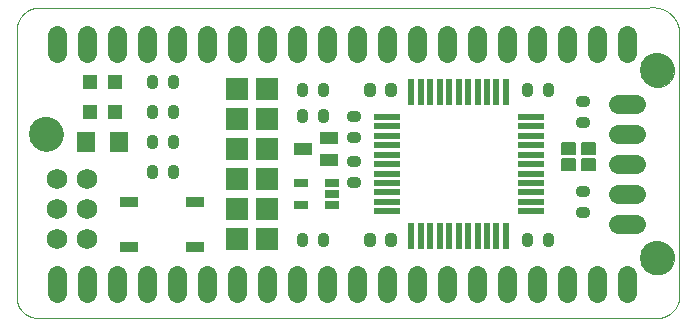
<source format=gts>
G75*
%MOIN*%
%OFA0B0*%
%FSLAX25Y25*%
%IPPOS*%
%LPD*%
%AMOC8*
5,1,8,0,0,1.08239X$1,22.5*
%
%ADD10C,0.00039*%
%ADD11C,0.00000*%
%ADD12C,0.11424*%
%ADD13R,0.08668X0.02369*%
%ADD14R,0.02369X0.08668*%
%ADD15C,0.03150*%
%ADD16C,0.06400*%
%ADD17C,0.06800*%
%ADD18R,0.07400X0.07400*%
%ADD19R,0.05124X0.05124*%
%ADD20R,0.06400X0.03400*%
%ADD21R,0.05124X0.02565*%
%ADD22R,0.05912X0.06699*%
%ADD23C,0.00651*%
%ADD24R,0.05912X0.04337*%
D10*
X0008864Y0047693D02*
X0213274Y0047693D01*
X0213458Y0047665D01*
X0213643Y0047641D01*
X0213828Y0047622D01*
X0214014Y0047608D01*
X0214200Y0047598D01*
X0214386Y0047592D01*
X0214573Y0047591D01*
X0214759Y0047595D01*
X0214945Y0047603D01*
X0215131Y0047615D01*
X0215317Y0047632D01*
X0215502Y0047653D01*
X0215686Y0047679D01*
X0215870Y0047709D01*
X0216053Y0047744D01*
X0216235Y0047783D01*
X0216416Y0047827D01*
X0216596Y0047875D01*
X0216775Y0047927D01*
X0216953Y0047984D01*
X0217129Y0048044D01*
X0217304Y0048109D01*
X0217476Y0048179D01*
X0217648Y0048252D01*
X0217817Y0048330D01*
X0217985Y0048411D01*
X0218150Y0048497D01*
X0218313Y0048587D01*
X0218475Y0048680D01*
X0218633Y0048777D01*
X0218790Y0048879D01*
X0218944Y0048984D01*
X0219095Y0049092D01*
X0219244Y0049205D01*
X0219390Y0049320D01*
X0219533Y0049440D01*
X0219673Y0049562D01*
X0219810Y0049689D01*
X0219944Y0049818D01*
X0220075Y0049950D01*
X0220203Y0050086D01*
X0220327Y0050225D01*
X0220448Y0050367D01*
X0220566Y0050511D01*
X0220680Y0050659D01*
X0220790Y0050809D01*
X0220897Y0050961D01*
X0221000Y0051117D01*
X0221099Y0051274D01*
X0221194Y0051434D01*
X0221286Y0051597D01*
X0221373Y0051761D01*
X0221457Y0051928D01*
X0221536Y0052096D01*
X0221612Y0052267D01*
X0221683Y0052439D01*
X0221750Y0052613D01*
X0221813Y0052788D01*
X0221872Y0052965D01*
X0221926Y0053143D01*
X0221976Y0053323D01*
X0222021Y0053503D01*
X0222063Y0053685D01*
X0222100Y0053868D01*
X0222132Y0054051D01*
X0222132Y0143510D01*
X0222099Y0143724D01*
X0222062Y0143937D01*
X0222018Y0144148D01*
X0221970Y0144359D01*
X0221917Y0144569D01*
X0221859Y0144777D01*
X0221795Y0144984D01*
X0221727Y0145189D01*
X0221654Y0145392D01*
X0221576Y0145594D01*
X0221493Y0145793D01*
X0221405Y0145991D01*
X0221312Y0146186D01*
X0221215Y0146379D01*
X0221113Y0146570D01*
X0221007Y0146758D01*
X0220896Y0146944D01*
X0220781Y0147126D01*
X0220661Y0147306D01*
X0220537Y0147483D01*
X0220408Y0147657D01*
X0220276Y0147828D01*
X0220139Y0147996D01*
X0219999Y0148160D01*
X0219854Y0148321D01*
X0219706Y0148478D01*
X0219554Y0148632D01*
X0219398Y0148781D01*
X0219238Y0148928D01*
X0219076Y0149070D01*
X0218909Y0149208D01*
X0218740Y0149342D01*
X0218567Y0149472D01*
X0218391Y0149598D01*
X0218212Y0149719D01*
X0218031Y0149837D01*
X0217846Y0149949D01*
X0217659Y0150058D01*
X0217469Y0150161D01*
X0217277Y0150260D01*
X0217083Y0150355D01*
X0216886Y0150444D01*
X0216687Y0150529D01*
X0216487Y0150609D01*
X0216284Y0150684D01*
X0216079Y0150755D01*
X0215873Y0150820D01*
X0215666Y0150880D01*
X0215457Y0150936D01*
X0215246Y0150986D01*
X0215035Y0151031D01*
X0214823Y0151071D01*
X0214609Y0151106D01*
X0214395Y0151135D01*
X0214180Y0151160D01*
X0213965Y0151179D01*
X0213749Y0151193D01*
X0213533Y0151202D01*
X0213317Y0151206D01*
X0213101Y0151204D01*
X0212885Y0151198D01*
X0212669Y0151186D01*
X0212453Y0151168D01*
X0212238Y0151146D01*
X0212024Y0151118D01*
X0008864Y0151118D01*
X0008680Y0151116D01*
X0008496Y0151109D01*
X0008313Y0151098D01*
X0008130Y0151082D01*
X0007947Y0151063D01*
X0007765Y0151038D01*
X0007583Y0151009D01*
X0007402Y0150976D01*
X0007222Y0150939D01*
X0007043Y0150897D01*
X0006865Y0150851D01*
X0006689Y0150800D01*
X0006513Y0150746D01*
X0006339Y0150687D01*
X0006166Y0150624D01*
X0005995Y0150556D01*
X0005826Y0150485D01*
X0005658Y0150410D01*
X0005492Y0150330D01*
X0005328Y0150247D01*
X0005167Y0150159D01*
X0005007Y0150068D01*
X0004850Y0149973D01*
X0004695Y0149874D01*
X0004542Y0149771D01*
X0004392Y0149665D01*
X0004245Y0149555D01*
X0004100Y0149442D01*
X0003958Y0149325D01*
X0003819Y0149205D01*
X0003683Y0149081D01*
X0003550Y0148954D01*
X0003420Y0148824D01*
X0003293Y0148691D01*
X0003169Y0148555D01*
X0003049Y0148416D01*
X0002932Y0148274D01*
X0002819Y0148129D01*
X0002709Y0147982D01*
X0002603Y0147832D01*
X0002500Y0147679D01*
X0002401Y0147524D01*
X0002306Y0147367D01*
X0002215Y0147207D01*
X0002127Y0147046D01*
X0002044Y0146882D01*
X0001964Y0146716D01*
X0001889Y0146548D01*
X0001818Y0146379D01*
X0001750Y0146208D01*
X0001687Y0146035D01*
X0001628Y0145861D01*
X0001574Y0145685D01*
X0001523Y0145509D01*
X0001477Y0145331D01*
X0001435Y0145152D01*
X0001398Y0144972D01*
X0001365Y0144791D01*
X0001336Y0144609D01*
X0001311Y0144427D01*
X0001292Y0144244D01*
X0001276Y0144061D01*
X0001265Y0143878D01*
X0001258Y0143694D01*
X0001256Y0143510D01*
X0001256Y0054051D01*
X0001273Y0053880D01*
X0001295Y0053709D01*
X0001321Y0053539D01*
X0001351Y0053370D01*
X0001385Y0053201D01*
X0001423Y0053033D01*
X0001466Y0052866D01*
X0001512Y0052701D01*
X0001563Y0052536D01*
X0001617Y0052373D01*
X0001676Y0052211D01*
X0001738Y0052051D01*
X0001804Y0051892D01*
X0001875Y0051735D01*
X0001949Y0051580D01*
X0002027Y0051426D01*
X0002108Y0051275D01*
X0002194Y0051125D01*
X0002283Y0050978D01*
X0002375Y0050833D01*
X0002471Y0050690D01*
X0002571Y0050550D01*
X0002674Y0050412D01*
X0002780Y0050277D01*
X0002890Y0050144D01*
X0003002Y0050014D01*
X0003118Y0049887D01*
X0003237Y0049763D01*
X0003360Y0049642D01*
X0003485Y0049523D01*
X0003612Y0049408D01*
X0003743Y0049296D01*
X0003877Y0049188D01*
X0004013Y0049082D01*
X0004151Y0048980D01*
X0004292Y0048882D01*
X0004435Y0048786D01*
X0004581Y0048695D01*
X0004729Y0048607D01*
X0004879Y0048523D01*
X0005031Y0048442D01*
X0005185Y0048365D01*
X0005341Y0048292D01*
X0005498Y0048223D01*
X0005658Y0048158D01*
X0005818Y0048096D01*
X0005981Y0048039D01*
X0006144Y0047985D01*
X0006309Y0047936D01*
X0006475Y0047891D01*
X0006642Y0047849D01*
X0006810Y0047812D01*
X0006979Y0047779D01*
X0007149Y0047750D01*
X0007319Y0047726D01*
X0007490Y0047705D01*
X0007661Y0047689D01*
X0007833Y0047677D01*
X0008004Y0047669D01*
X0008177Y0047665D01*
X0008349Y0047666D01*
X0008521Y0047671D01*
X0008692Y0047680D01*
X0008864Y0047693D01*
D11*
X0005588Y0108933D02*
X0005590Y0109081D01*
X0005596Y0109229D01*
X0005606Y0109377D01*
X0005620Y0109524D01*
X0005638Y0109671D01*
X0005659Y0109817D01*
X0005685Y0109963D01*
X0005715Y0110108D01*
X0005748Y0110252D01*
X0005786Y0110395D01*
X0005827Y0110537D01*
X0005872Y0110678D01*
X0005920Y0110818D01*
X0005973Y0110957D01*
X0006029Y0111094D01*
X0006089Y0111229D01*
X0006152Y0111363D01*
X0006219Y0111495D01*
X0006290Y0111625D01*
X0006364Y0111753D01*
X0006441Y0111879D01*
X0006522Y0112003D01*
X0006606Y0112125D01*
X0006693Y0112244D01*
X0006784Y0112361D01*
X0006878Y0112476D01*
X0006974Y0112588D01*
X0007074Y0112698D01*
X0007176Y0112804D01*
X0007282Y0112908D01*
X0007390Y0113009D01*
X0007501Y0113107D01*
X0007614Y0113203D01*
X0007730Y0113295D01*
X0007848Y0113384D01*
X0007969Y0113469D01*
X0008092Y0113552D01*
X0008217Y0113631D01*
X0008344Y0113707D01*
X0008473Y0113779D01*
X0008604Y0113848D01*
X0008737Y0113913D01*
X0008872Y0113974D01*
X0009008Y0114032D01*
X0009145Y0114087D01*
X0009284Y0114137D01*
X0009425Y0114184D01*
X0009566Y0114227D01*
X0009709Y0114267D01*
X0009853Y0114302D01*
X0009997Y0114334D01*
X0010143Y0114361D01*
X0010289Y0114385D01*
X0010436Y0114405D01*
X0010583Y0114421D01*
X0010730Y0114433D01*
X0010878Y0114441D01*
X0011026Y0114445D01*
X0011174Y0114445D01*
X0011322Y0114441D01*
X0011470Y0114433D01*
X0011617Y0114421D01*
X0011764Y0114405D01*
X0011911Y0114385D01*
X0012057Y0114361D01*
X0012203Y0114334D01*
X0012347Y0114302D01*
X0012491Y0114267D01*
X0012634Y0114227D01*
X0012775Y0114184D01*
X0012916Y0114137D01*
X0013055Y0114087D01*
X0013192Y0114032D01*
X0013328Y0113974D01*
X0013463Y0113913D01*
X0013596Y0113848D01*
X0013727Y0113779D01*
X0013856Y0113707D01*
X0013983Y0113631D01*
X0014108Y0113552D01*
X0014231Y0113469D01*
X0014352Y0113384D01*
X0014470Y0113295D01*
X0014586Y0113203D01*
X0014699Y0113107D01*
X0014810Y0113009D01*
X0014918Y0112908D01*
X0015024Y0112804D01*
X0015126Y0112698D01*
X0015226Y0112588D01*
X0015322Y0112476D01*
X0015416Y0112361D01*
X0015507Y0112244D01*
X0015594Y0112125D01*
X0015678Y0112003D01*
X0015759Y0111879D01*
X0015836Y0111753D01*
X0015910Y0111625D01*
X0015981Y0111495D01*
X0016048Y0111363D01*
X0016111Y0111229D01*
X0016171Y0111094D01*
X0016227Y0110957D01*
X0016280Y0110818D01*
X0016328Y0110678D01*
X0016373Y0110537D01*
X0016414Y0110395D01*
X0016452Y0110252D01*
X0016485Y0110108D01*
X0016515Y0109963D01*
X0016541Y0109817D01*
X0016562Y0109671D01*
X0016580Y0109524D01*
X0016594Y0109377D01*
X0016604Y0109229D01*
X0016610Y0109081D01*
X0016612Y0108933D01*
X0016610Y0108785D01*
X0016604Y0108637D01*
X0016594Y0108489D01*
X0016580Y0108342D01*
X0016562Y0108195D01*
X0016541Y0108049D01*
X0016515Y0107903D01*
X0016485Y0107758D01*
X0016452Y0107614D01*
X0016414Y0107471D01*
X0016373Y0107329D01*
X0016328Y0107188D01*
X0016280Y0107048D01*
X0016227Y0106909D01*
X0016171Y0106772D01*
X0016111Y0106637D01*
X0016048Y0106503D01*
X0015981Y0106371D01*
X0015910Y0106241D01*
X0015836Y0106113D01*
X0015759Y0105987D01*
X0015678Y0105863D01*
X0015594Y0105741D01*
X0015507Y0105622D01*
X0015416Y0105505D01*
X0015322Y0105390D01*
X0015226Y0105278D01*
X0015126Y0105168D01*
X0015024Y0105062D01*
X0014918Y0104958D01*
X0014810Y0104857D01*
X0014699Y0104759D01*
X0014586Y0104663D01*
X0014470Y0104571D01*
X0014352Y0104482D01*
X0014231Y0104397D01*
X0014108Y0104314D01*
X0013983Y0104235D01*
X0013856Y0104159D01*
X0013727Y0104087D01*
X0013596Y0104018D01*
X0013463Y0103953D01*
X0013328Y0103892D01*
X0013192Y0103834D01*
X0013055Y0103779D01*
X0012916Y0103729D01*
X0012775Y0103682D01*
X0012634Y0103639D01*
X0012491Y0103599D01*
X0012347Y0103564D01*
X0012203Y0103532D01*
X0012057Y0103505D01*
X0011911Y0103481D01*
X0011764Y0103461D01*
X0011617Y0103445D01*
X0011470Y0103433D01*
X0011322Y0103425D01*
X0011174Y0103421D01*
X0011026Y0103421D01*
X0010878Y0103425D01*
X0010730Y0103433D01*
X0010583Y0103445D01*
X0010436Y0103461D01*
X0010289Y0103481D01*
X0010143Y0103505D01*
X0009997Y0103532D01*
X0009853Y0103564D01*
X0009709Y0103599D01*
X0009566Y0103639D01*
X0009425Y0103682D01*
X0009284Y0103729D01*
X0009145Y0103779D01*
X0009008Y0103834D01*
X0008872Y0103892D01*
X0008737Y0103953D01*
X0008604Y0104018D01*
X0008473Y0104087D01*
X0008344Y0104159D01*
X0008217Y0104235D01*
X0008092Y0104314D01*
X0007969Y0104397D01*
X0007848Y0104482D01*
X0007730Y0104571D01*
X0007614Y0104663D01*
X0007501Y0104759D01*
X0007390Y0104857D01*
X0007282Y0104958D01*
X0007176Y0105062D01*
X0007074Y0105168D01*
X0006974Y0105278D01*
X0006878Y0105390D01*
X0006784Y0105505D01*
X0006693Y0105622D01*
X0006606Y0105741D01*
X0006522Y0105863D01*
X0006441Y0105987D01*
X0006364Y0106113D01*
X0006290Y0106241D01*
X0006219Y0106371D01*
X0006152Y0106503D01*
X0006089Y0106637D01*
X0006029Y0106772D01*
X0005973Y0106909D01*
X0005920Y0107048D01*
X0005872Y0107188D01*
X0005827Y0107329D01*
X0005786Y0107471D01*
X0005748Y0107614D01*
X0005715Y0107758D01*
X0005685Y0107903D01*
X0005659Y0108049D01*
X0005638Y0108195D01*
X0005620Y0108342D01*
X0005606Y0108489D01*
X0005596Y0108637D01*
X0005590Y0108785D01*
X0005588Y0108933D01*
X0209338Y0130183D02*
X0209340Y0130331D01*
X0209346Y0130479D01*
X0209356Y0130627D01*
X0209370Y0130774D01*
X0209388Y0130921D01*
X0209409Y0131067D01*
X0209435Y0131213D01*
X0209465Y0131358D01*
X0209498Y0131502D01*
X0209536Y0131645D01*
X0209577Y0131787D01*
X0209622Y0131928D01*
X0209670Y0132068D01*
X0209723Y0132207D01*
X0209779Y0132344D01*
X0209839Y0132479D01*
X0209902Y0132613D01*
X0209969Y0132745D01*
X0210040Y0132875D01*
X0210114Y0133003D01*
X0210191Y0133129D01*
X0210272Y0133253D01*
X0210356Y0133375D01*
X0210443Y0133494D01*
X0210534Y0133611D01*
X0210628Y0133726D01*
X0210724Y0133838D01*
X0210824Y0133948D01*
X0210926Y0134054D01*
X0211032Y0134158D01*
X0211140Y0134259D01*
X0211251Y0134357D01*
X0211364Y0134453D01*
X0211480Y0134545D01*
X0211598Y0134634D01*
X0211719Y0134719D01*
X0211842Y0134802D01*
X0211967Y0134881D01*
X0212094Y0134957D01*
X0212223Y0135029D01*
X0212354Y0135098D01*
X0212487Y0135163D01*
X0212622Y0135224D01*
X0212758Y0135282D01*
X0212895Y0135337D01*
X0213034Y0135387D01*
X0213175Y0135434D01*
X0213316Y0135477D01*
X0213459Y0135517D01*
X0213603Y0135552D01*
X0213747Y0135584D01*
X0213893Y0135611D01*
X0214039Y0135635D01*
X0214186Y0135655D01*
X0214333Y0135671D01*
X0214480Y0135683D01*
X0214628Y0135691D01*
X0214776Y0135695D01*
X0214924Y0135695D01*
X0215072Y0135691D01*
X0215220Y0135683D01*
X0215367Y0135671D01*
X0215514Y0135655D01*
X0215661Y0135635D01*
X0215807Y0135611D01*
X0215953Y0135584D01*
X0216097Y0135552D01*
X0216241Y0135517D01*
X0216384Y0135477D01*
X0216525Y0135434D01*
X0216666Y0135387D01*
X0216805Y0135337D01*
X0216942Y0135282D01*
X0217078Y0135224D01*
X0217213Y0135163D01*
X0217346Y0135098D01*
X0217477Y0135029D01*
X0217606Y0134957D01*
X0217733Y0134881D01*
X0217858Y0134802D01*
X0217981Y0134719D01*
X0218102Y0134634D01*
X0218220Y0134545D01*
X0218336Y0134453D01*
X0218449Y0134357D01*
X0218560Y0134259D01*
X0218668Y0134158D01*
X0218774Y0134054D01*
X0218876Y0133948D01*
X0218976Y0133838D01*
X0219072Y0133726D01*
X0219166Y0133611D01*
X0219257Y0133494D01*
X0219344Y0133375D01*
X0219428Y0133253D01*
X0219509Y0133129D01*
X0219586Y0133003D01*
X0219660Y0132875D01*
X0219731Y0132745D01*
X0219798Y0132613D01*
X0219861Y0132479D01*
X0219921Y0132344D01*
X0219977Y0132207D01*
X0220030Y0132068D01*
X0220078Y0131928D01*
X0220123Y0131787D01*
X0220164Y0131645D01*
X0220202Y0131502D01*
X0220235Y0131358D01*
X0220265Y0131213D01*
X0220291Y0131067D01*
X0220312Y0130921D01*
X0220330Y0130774D01*
X0220344Y0130627D01*
X0220354Y0130479D01*
X0220360Y0130331D01*
X0220362Y0130183D01*
X0220360Y0130035D01*
X0220354Y0129887D01*
X0220344Y0129739D01*
X0220330Y0129592D01*
X0220312Y0129445D01*
X0220291Y0129299D01*
X0220265Y0129153D01*
X0220235Y0129008D01*
X0220202Y0128864D01*
X0220164Y0128721D01*
X0220123Y0128579D01*
X0220078Y0128438D01*
X0220030Y0128298D01*
X0219977Y0128159D01*
X0219921Y0128022D01*
X0219861Y0127887D01*
X0219798Y0127753D01*
X0219731Y0127621D01*
X0219660Y0127491D01*
X0219586Y0127363D01*
X0219509Y0127237D01*
X0219428Y0127113D01*
X0219344Y0126991D01*
X0219257Y0126872D01*
X0219166Y0126755D01*
X0219072Y0126640D01*
X0218976Y0126528D01*
X0218876Y0126418D01*
X0218774Y0126312D01*
X0218668Y0126208D01*
X0218560Y0126107D01*
X0218449Y0126009D01*
X0218336Y0125913D01*
X0218220Y0125821D01*
X0218102Y0125732D01*
X0217981Y0125647D01*
X0217858Y0125564D01*
X0217733Y0125485D01*
X0217606Y0125409D01*
X0217477Y0125337D01*
X0217346Y0125268D01*
X0217213Y0125203D01*
X0217078Y0125142D01*
X0216942Y0125084D01*
X0216805Y0125029D01*
X0216666Y0124979D01*
X0216525Y0124932D01*
X0216384Y0124889D01*
X0216241Y0124849D01*
X0216097Y0124814D01*
X0215953Y0124782D01*
X0215807Y0124755D01*
X0215661Y0124731D01*
X0215514Y0124711D01*
X0215367Y0124695D01*
X0215220Y0124683D01*
X0215072Y0124675D01*
X0214924Y0124671D01*
X0214776Y0124671D01*
X0214628Y0124675D01*
X0214480Y0124683D01*
X0214333Y0124695D01*
X0214186Y0124711D01*
X0214039Y0124731D01*
X0213893Y0124755D01*
X0213747Y0124782D01*
X0213603Y0124814D01*
X0213459Y0124849D01*
X0213316Y0124889D01*
X0213175Y0124932D01*
X0213034Y0124979D01*
X0212895Y0125029D01*
X0212758Y0125084D01*
X0212622Y0125142D01*
X0212487Y0125203D01*
X0212354Y0125268D01*
X0212223Y0125337D01*
X0212094Y0125409D01*
X0211967Y0125485D01*
X0211842Y0125564D01*
X0211719Y0125647D01*
X0211598Y0125732D01*
X0211480Y0125821D01*
X0211364Y0125913D01*
X0211251Y0126009D01*
X0211140Y0126107D01*
X0211032Y0126208D01*
X0210926Y0126312D01*
X0210824Y0126418D01*
X0210724Y0126528D01*
X0210628Y0126640D01*
X0210534Y0126755D01*
X0210443Y0126872D01*
X0210356Y0126991D01*
X0210272Y0127113D01*
X0210191Y0127237D01*
X0210114Y0127363D01*
X0210040Y0127491D01*
X0209969Y0127621D01*
X0209902Y0127753D01*
X0209839Y0127887D01*
X0209779Y0128022D01*
X0209723Y0128159D01*
X0209670Y0128298D01*
X0209622Y0128438D01*
X0209577Y0128579D01*
X0209536Y0128721D01*
X0209498Y0128864D01*
X0209465Y0129008D01*
X0209435Y0129153D01*
X0209409Y0129299D01*
X0209388Y0129445D01*
X0209370Y0129592D01*
X0209356Y0129739D01*
X0209346Y0129887D01*
X0209340Y0130035D01*
X0209338Y0130183D01*
X0209338Y0067683D02*
X0209340Y0067831D01*
X0209346Y0067979D01*
X0209356Y0068127D01*
X0209370Y0068274D01*
X0209388Y0068421D01*
X0209409Y0068567D01*
X0209435Y0068713D01*
X0209465Y0068858D01*
X0209498Y0069002D01*
X0209536Y0069145D01*
X0209577Y0069287D01*
X0209622Y0069428D01*
X0209670Y0069568D01*
X0209723Y0069707D01*
X0209779Y0069844D01*
X0209839Y0069979D01*
X0209902Y0070113D01*
X0209969Y0070245D01*
X0210040Y0070375D01*
X0210114Y0070503D01*
X0210191Y0070629D01*
X0210272Y0070753D01*
X0210356Y0070875D01*
X0210443Y0070994D01*
X0210534Y0071111D01*
X0210628Y0071226D01*
X0210724Y0071338D01*
X0210824Y0071448D01*
X0210926Y0071554D01*
X0211032Y0071658D01*
X0211140Y0071759D01*
X0211251Y0071857D01*
X0211364Y0071953D01*
X0211480Y0072045D01*
X0211598Y0072134D01*
X0211719Y0072219D01*
X0211842Y0072302D01*
X0211967Y0072381D01*
X0212094Y0072457D01*
X0212223Y0072529D01*
X0212354Y0072598D01*
X0212487Y0072663D01*
X0212622Y0072724D01*
X0212758Y0072782D01*
X0212895Y0072837D01*
X0213034Y0072887D01*
X0213175Y0072934D01*
X0213316Y0072977D01*
X0213459Y0073017D01*
X0213603Y0073052D01*
X0213747Y0073084D01*
X0213893Y0073111D01*
X0214039Y0073135D01*
X0214186Y0073155D01*
X0214333Y0073171D01*
X0214480Y0073183D01*
X0214628Y0073191D01*
X0214776Y0073195D01*
X0214924Y0073195D01*
X0215072Y0073191D01*
X0215220Y0073183D01*
X0215367Y0073171D01*
X0215514Y0073155D01*
X0215661Y0073135D01*
X0215807Y0073111D01*
X0215953Y0073084D01*
X0216097Y0073052D01*
X0216241Y0073017D01*
X0216384Y0072977D01*
X0216525Y0072934D01*
X0216666Y0072887D01*
X0216805Y0072837D01*
X0216942Y0072782D01*
X0217078Y0072724D01*
X0217213Y0072663D01*
X0217346Y0072598D01*
X0217477Y0072529D01*
X0217606Y0072457D01*
X0217733Y0072381D01*
X0217858Y0072302D01*
X0217981Y0072219D01*
X0218102Y0072134D01*
X0218220Y0072045D01*
X0218336Y0071953D01*
X0218449Y0071857D01*
X0218560Y0071759D01*
X0218668Y0071658D01*
X0218774Y0071554D01*
X0218876Y0071448D01*
X0218976Y0071338D01*
X0219072Y0071226D01*
X0219166Y0071111D01*
X0219257Y0070994D01*
X0219344Y0070875D01*
X0219428Y0070753D01*
X0219509Y0070629D01*
X0219586Y0070503D01*
X0219660Y0070375D01*
X0219731Y0070245D01*
X0219798Y0070113D01*
X0219861Y0069979D01*
X0219921Y0069844D01*
X0219977Y0069707D01*
X0220030Y0069568D01*
X0220078Y0069428D01*
X0220123Y0069287D01*
X0220164Y0069145D01*
X0220202Y0069002D01*
X0220235Y0068858D01*
X0220265Y0068713D01*
X0220291Y0068567D01*
X0220312Y0068421D01*
X0220330Y0068274D01*
X0220344Y0068127D01*
X0220354Y0067979D01*
X0220360Y0067831D01*
X0220362Y0067683D01*
X0220360Y0067535D01*
X0220354Y0067387D01*
X0220344Y0067239D01*
X0220330Y0067092D01*
X0220312Y0066945D01*
X0220291Y0066799D01*
X0220265Y0066653D01*
X0220235Y0066508D01*
X0220202Y0066364D01*
X0220164Y0066221D01*
X0220123Y0066079D01*
X0220078Y0065938D01*
X0220030Y0065798D01*
X0219977Y0065659D01*
X0219921Y0065522D01*
X0219861Y0065387D01*
X0219798Y0065253D01*
X0219731Y0065121D01*
X0219660Y0064991D01*
X0219586Y0064863D01*
X0219509Y0064737D01*
X0219428Y0064613D01*
X0219344Y0064491D01*
X0219257Y0064372D01*
X0219166Y0064255D01*
X0219072Y0064140D01*
X0218976Y0064028D01*
X0218876Y0063918D01*
X0218774Y0063812D01*
X0218668Y0063708D01*
X0218560Y0063607D01*
X0218449Y0063509D01*
X0218336Y0063413D01*
X0218220Y0063321D01*
X0218102Y0063232D01*
X0217981Y0063147D01*
X0217858Y0063064D01*
X0217733Y0062985D01*
X0217606Y0062909D01*
X0217477Y0062837D01*
X0217346Y0062768D01*
X0217213Y0062703D01*
X0217078Y0062642D01*
X0216942Y0062584D01*
X0216805Y0062529D01*
X0216666Y0062479D01*
X0216525Y0062432D01*
X0216384Y0062389D01*
X0216241Y0062349D01*
X0216097Y0062314D01*
X0215953Y0062282D01*
X0215807Y0062255D01*
X0215661Y0062231D01*
X0215514Y0062211D01*
X0215367Y0062195D01*
X0215220Y0062183D01*
X0215072Y0062175D01*
X0214924Y0062171D01*
X0214776Y0062171D01*
X0214628Y0062175D01*
X0214480Y0062183D01*
X0214333Y0062195D01*
X0214186Y0062211D01*
X0214039Y0062231D01*
X0213893Y0062255D01*
X0213747Y0062282D01*
X0213603Y0062314D01*
X0213459Y0062349D01*
X0213316Y0062389D01*
X0213175Y0062432D01*
X0213034Y0062479D01*
X0212895Y0062529D01*
X0212758Y0062584D01*
X0212622Y0062642D01*
X0212487Y0062703D01*
X0212354Y0062768D01*
X0212223Y0062837D01*
X0212094Y0062909D01*
X0211967Y0062985D01*
X0211842Y0063064D01*
X0211719Y0063147D01*
X0211598Y0063232D01*
X0211480Y0063321D01*
X0211364Y0063413D01*
X0211251Y0063509D01*
X0211140Y0063607D01*
X0211032Y0063708D01*
X0210926Y0063812D01*
X0210824Y0063918D01*
X0210724Y0064028D01*
X0210628Y0064140D01*
X0210534Y0064255D01*
X0210443Y0064372D01*
X0210356Y0064491D01*
X0210272Y0064613D01*
X0210191Y0064737D01*
X0210114Y0064863D01*
X0210040Y0064991D01*
X0209969Y0065121D01*
X0209902Y0065253D01*
X0209839Y0065387D01*
X0209779Y0065522D01*
X0209723Y0065659D01*
X0209670Y0065798D01*
X0209622Y0065938D01*
X0209577Y0066079D01*
X0209536Y0066221D01*
X0209498Y0066364D01*
X0209465Y0066508D01*
X0209435Y0066653D01*
X0209409Y0066799D01*
X0209388Y0066945D01*
X0209370Y0067092D01*
X0209356Y0067239D01*
X0209346Y0067387D01*
X0209340Y0067535D01*
X0209338Y0067683D01*
D12*
X0214850Y0067683D03*
X0214850Y0130183D03*
X0011100Y0108933D03*
D13*
X0124585Y0108382D03*
X0124585Y0111531D03*
X0124585Y0114681D03*
X0124585Y0105232D03*
X0124585Y0102083D03*
X0124585Y0098933D03*
X0124585Y0095783D03*
X0124585Y0092634D03*
X0124585Y0089484D03*
X0124585Y0086335D03*
X0124585Y0083185D03*
X0172616Y0083185D03*
X0172616Y0086335D03*
X0172616Y0089484D03*
X0172616Y0092634D03*
X0172616Y0095783D03*
X0172616Y0098933D03*
X0172616Y0102083D03*
X0172616Y0105232D03*
X0172616Y0108382D03*
X0172616Y0111531D03*
X0172616Y0114681D03*
D14*
X0164348Y0122949D03*
X0161199Y0122949D03*
X0158049Y0122949D03*
X0154900Y0122949D03*
X0151750Y0122949D03*
X0148600Y0122949D03*
X0145451Y0122949D03*
X0142301Y0122949D03*
X0139152Y0122949D03*
X0136002Y0122949D03*
X0132852Y0122949D03*
X0132852Y0074917D03*
X0136002Y0074917D03*
X0139152Y0074917D03*
X0142301Y0074917D03*
X0145451Y0074917D03*
X0148600Y0074917D03*
X0151750Y0074917D03*
X0154900Y0074917D03*
X0158049Y0074917D03*
X0161199Y0074917D03*
X0164348Y0074917D03*
D15*
X0171743Y0074723D02*
X0171743Y0073143D01*
X0170957Y0073143D01*
X0170957Y0074723D01*
X0171743Y0074723D01*
X0178743Y0074723D02*
X0178743Y0073143D01*
X0177957Y0073143D01*
X0177957Y0074723D01*
X0178743Y0074723D01*
X0189060Y0082540D02*
X0190640Y0082540D01*
X0189060Y0082540D02*
X0189060Y0083326D01*
X0190640Y0083326D01*
X0190640Y0082540D01*
X0190640Y0089540D02*
X0189060Y0089540D01*
X0189060Y0090326D01*
X0190640Y0090326D01*
X0190640Y0089540D01*
X0190640Y0113326D02*
X0189060Y0113326D01*
X0190640Y0113326D02*
X0190640Y0112540D01*
X0189060Y0112540D01*
X0189060Y0113326D01*
X0189060Y0120326D02*
X0190640Y0120326D01*
X0190640Y0119540D01*
X0189060Y0119540D01*
X0189060Y0120326D01*
X0178743Y0123143D02*
X0178743Y0124723D01*
X0178743Y0123143D02*
X0177957Y0123143D01*
X0177957Y0124723D01*
X0178743Y0124723D01*
X0171743Y0124723D02*
X0171743Y0123143D01*
X0170957Y0123143D01*
X0170957Y0124723D01*
X0171743Y0124723D01*
X0125457Y0124723D02*
X0125457Y0123143D01*
X0125457Y0124723D02*
X0126243Y0124723D01*
X0126243Y0123143D01*
X0125457Y0123143D01*
X0118457Y0123143D02*
X0118457Y0124723D01*
X0119243Y0124723D01*
X0119243Y0123143D01*
X0118457Y0123143D01*
X0103743Y0123143D02*
X0103743Y0124723D01*
X0103743Y0123143D02*
X0102957Y0123143D01*
X0102957Y0124723D01*
X0103743Y0124723D01*
X0096743Y0124723D02*
X0096743Y0123143D01*
X0095957Y0123143D01*
X0095957Y0124723D01*
X0096743Y0124723D01*
X0096743Y0114393D02*
X0095957Y0114393D01*
X0095957Y0115973D01*
X0096743Y0115973D01*
X0096743Y0114393D01*
X0102957Y0114393D02*
X0103743Y0114393D01*
X0102957Y0114393D02*
X0102957Y0115973D01*
X0103743Y0115973D01*
X0103743Y0114393D01*
X0114390Y0114540D02*
X0114390Y0115326D01*
X0114390Y0114540D02*
X0112810Y0114540D01*
X0112810Y0115326D01*
X0114390Y0115326D01*
X0114390Y0108326D02*
X0114390Y0107540D01*
X0112810Y0107540D01*
X0112810Y0108326D01*
X0114390Y0108326D01*
X0114390Y0100326D02*
X0114390Y0099540D01*
X0112810Y0099540D01*
X0112810Y0100326D01*
X0114390Y0100326D01*
X0114390Y0093326D02*
X0114390Y0092540D01*
X0112810Y0092540D01*
X0112810Y0093326D01*
X0114390Y0093326D01*
X0118457Y0074723D02*
X0118457Y0073143D01*
X0118457Y0074723D02*
X0119243Y0074723D01*
X0119243Y0073143D01*
X0118457Y0073143D01*
X0125457Y0073143D02*
X0125457Y0074723D01*
X0126243Y0074723D01*
X0126243Y0073143D01*
X0125457Y0073143D01*
X0103743Y0073143D02*
X0103743Y0074723D01*
X0103743Y0073143D02*
X0102957Y0073143D01*
X0102957Y0074723D01*
X0103743Y0074723D01*
X0096743Y0074723D02*
X0096743Y0073143D01*
X0095957Y0073143D01*
X0095957Y0074723D01*
X0096743Y0074723D01*
X0053743Y0095643D02*
X0052957Y0095643D01*
X0052957Y0097223D01*
X0053743Y0097223D01*
X0053743Y0095643D01*
X0046743Y0095643D02*
X0045957Y0095643D01*
X0045957Y0097223D01*
X0046743Y0097223D01*
X0046743Y0095643D01*
X0046743Y0105643D02*
X0045957Y0105643D01*
X0045957Y0107223D01*
X0046743Y0107223D01*
X0046743Y0105643D01*
X0052957Y0105643D02*
X0053743Y0105643D01*
X0052957Y0105643D02*
X0052957Y0107223D01*
X0053743Y0107223D01*
X0053743Y0105643D01*
X0053743Y0115643D02*
X0052957Y0115643D01*
X0052957Y0117223D01*
X0053743Y0117223D01*
X0053743Y0115643D01*
X0046743Y0115643D02*
X0045957Y0115643D01*
X0045957Y0117223D01*
X0046743Y0117223D01*
X0046743Y0115643D01*
X0046743Y0125643D02*
X0045957Y0125643D01*
X0045957Y0127223D01*
X0046743Y0127223D01*
X0046743Y0125643D01*
X0052957Y0125643D02*
X0053743Y0125643D01*
X0052957Y0125643D02*
X0052957Y0127223D01*
X0053743Y0127223D01*
X0053743Y0125643D01*
D16*
X0054850Y0135933D02*
X0054850Y0141933D01*
X0064850Y0141933D02*
X0064850Y0135933D01*
X0074850Y0135933D02*
X0074850Y0141933D01*
X0084850Y0141933D02*
X0084850Y0135933D01*
X0094850Y0135933D02*
X0094850Y0141933D01*
X0104850Y0141933D02*
X0104850Y0135933D01*
X0114850Y0135933D02*
X0114850Y0141933D01*
X0124850Y0141933D02*
X0124850Y0135933D01*
X0134850Y0135933D02*
X0134850Y0141933D01*
X0144850Y0141933D02*
X0144850Y0135933D01*
X0154850Y0135933D02*
X0154850Y0141933D01*
X0164850Y0141933D02*
X0164850Y0135933D01*
X0174850Y0135933D02*
X0174850Y0141933D01*
X0184850Y0141933D02*
X0184850Y0135933D01*
X0194850Y0135933D02*
X0194850Y0141933D01*
X0204850Y0141933D02*
X0204850Y0135933D01*
X0207850Y0118933D02*
X0201850Y0118933D01*
X0201850Y0108933D02*
X0207850Y0108933D01*
X0207850Y0098933D02*
X0201850Y0098933D01*
X0201850Y0088933D02*
X0207850Y0088933D01*
X0207850Y0078933D02*
X0201850Y0078933D01*
X0204850Y0061933D02*
X0204850Y0055933D01*
X0194850Y0055933D02*
X0194850Y0061933D01*
X0184850Y0061933D02*
X0184850Y0055933D01*
X0174850Y0055933D02*
X0174850Y0061933D01*
X0164850Y0061933D02*
X0164850Y0055933D01*
X0154850Y0055933D02*
X0154850Y0061933D01*
X0144850Y0061933D02*
X0144850Y0055933D01*
X0134850Y0055933D02*
X0134850Y0061933D01*
X0124850Y0061933D02*
X0124850Y0055933D01*
X0114850Y0055933D02*
X0114850Y0061933D01*
X0104850Y0061933D02*
X0104850Y0055933D01*
X0094850Y0055933D02*
X0094850Y0061933D01*
X0084850Y0061933D02*
X0084850Y0055933D01*
X0074850Y0055933D02*
X0074850Y0061933D01*
X0064850Y0061933D02*
X0064850Y0055933D01*
X0054850Y0055933D02*
X0054850Y0061933D01*
X0044850Y0061933D02*
X0044850Y0055933D01*
X0034850Y0055933D02*
X0034850Y0061933D01*
X0024850Y0061933D02*
X0024850Y0055933D01*
X0014850Y0055933D02*
X0014850Y0061933D01*
X0014850Y0135933D02*
X0014850Y0141933D01*
X0024850Y0141933D02*
X0024850Y0135933D01*
X0034850Y0135933D02*
X0034850Y0141933D01*
X0044850Y0141933D02*
X0044850Y0135933D01*
D17*
X0024850Y0093933D03*
X0014850Y0093933D03*
X0014850Y0083933D03*
X0024850Y0083933D03*
X0024850Y0073933D03*
X0014850Y0073933D03*
D18*
X0074850Y0073933D03*
X0084850Y0073933D03*
X0084850Y0083933D03*
X0074850Y0083933D03*
X0074850Y0093933D03*
X0084850Y0093933D03*
X0084850Y0103933D03*
X0074850Y0103933D03*
X0074850Y0113933D03*
X0084850Y0113933D03*
X0084850Y0123933D03*
X0074850Y0123933D03*
D19*
X0033984Y0126433D03*
X0025717Y0126433D03*
X0025717Y0116433D03*
X0033984Y0116433D03*
D20*
X0038850Y0086433D03*
X0060850Y0086433D03*
X0060850Y0071433D03*
X0038850Y0071433D03*
D21*
X0095982Y0085193D03*
X0106219Y0085193D03*
X0106219Y0088933D03*
X0106219Y0092673D03*
X0095982Y0092673D03*
D22*
X0035362Y0106433D03*
X0024339Y0106433D03*
D23*
X0183017Y0102149D02*
X0187491Y0102149D01*
X0183017Y0102149D02*
X0183017Y0105835D01*
X0187491Y0105835D01*
X0187491Y0102149D01*
X0187491Y0102799D02*
X0183017Y0102799D01*
X0183017Y0103449D02*
X0187491Y0103449D01*
X0187491Y0104099D02*
X0183017Y0104099D01*
X0183017Y0104749D02*
X0187491Y0104749D01*
X0187491Y0105399D02*
X0183017Y0105399D01*
X0189710Y0102149D02*
X0194184Y0102149D01*
X0189710Y0102149D02*
X0189710Y0105835D01*
X0194184Y0105835D01*
X0194184Y0102149D01*
X0194184Y0102799D02*
X0189710Y0102799D01*
X0189710Y0103449D02*
X0194184Y0103449D01*
X0194184Y0104099D02*
X0189710Y0104099D01*
X0189710Y0104749D02*
X0194184Y0104749D01*
X0194184Y0105399D02*
X0189710Y0105399D01*
X0189710Y0097031D02*
X0194184Y0097031D01*
X0189710Y0097031D02*
X0189710Y0100717D01*
X0194184Y0100717D01*
X0194184Y0097031D01*
X0194184Y0097681D02*
X0189710Y0097681D01*
X0189710Y0098331D02*
X0194184Y0098331D01*
X0194184Y0098981D02*
X0189710Y0098981D01*
X0189710Y0099631D02*
X0194184Y0099631D01*
X0194184Y0100281D02*
X0189710Y0100281D01*
X0187491Y0097031D02*
X0183017Y0097031D01*
X0183017Y0100717D01*
X0187491Y0100717D01*
X0187491Y0097031D01*
X0187491Y0097681D02*
X0183017Y0097681D01*
X0183017Y0098331D02*
X0187491Y0098331D01*
X0187491Y0098981D02*
X0183017Y0098981D01*
X0183017Y0099631D02*
X0187491Y0099631D01*
X0187491Y0100281D02*
X0183017Y0100281D01*
D24*
X0105431Y0100193D03*
X0096770Y0103933D03*
X0105431Y0107673D03*
M02*

</source>
